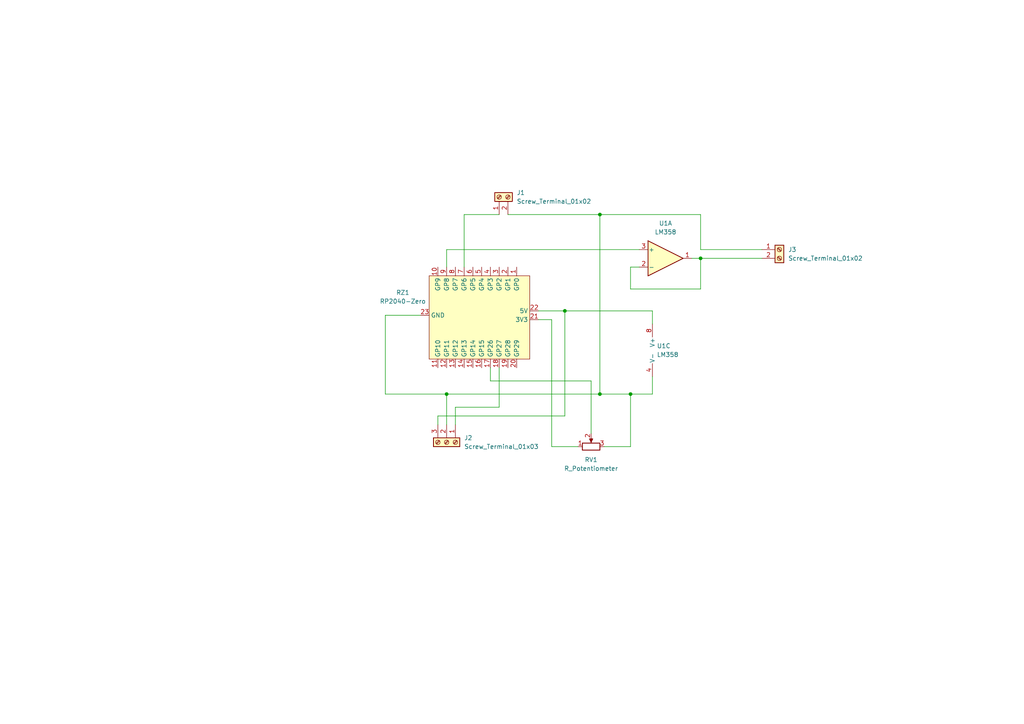
<source format=kicad_sch>
(kicad_sch (version 20211123) (generator eeschema)
  (paper "A4")
  (lib_symbols
    (symbol "Amplifier_Operational:LM358" (pin_names (offset 0.127))
      (property "Reference" "U" (at 0 5.08 0))
      (property "Value" "LM358" (at 0 -5.08 0))
      (symbol "LM358_1_1"
        (polyline (pts (xy -5.08 5.08) (xy 5.08 0) (xy -5.08 -5.08) (xy -5.08 5.08)) (stroke (width 0.254)) (fill (type background)))
        (pin output line (at 7.62 0 180) (length 2.54) (name "~") (number "1"))
        (pin input line (at -7.62 -2.54 0) (length 2.54) (name "-") (number "2"))
        (pin input line (at -7.62 2.54 0) (length 2.54) (name "+") (number "3"))
      )
      (symbol "LM358_2_1"
        (polyline (pts (xy -5.08 5.08) (xy 5.08 0) (xy -5.08 -5.08) (xy -5.08 5.08)) (stroke (width 0.254)) (fill (type background)))
        (pin input line (at -7.62 2.54 0) (length 2.54) (name "+") (number "5"))
        (pin input line (at -7.62 -2.54 0) (length 2.54) (name "-") (number "6"))
        (pin output line (at 7.62 0 180) (length 2.54) (name "~") (number "7"))
      )
      (symbol "LM358_3_1"
        (pin power_in line (at -2.54 -7.62 90) (length 3.81) (name "V-") (number "4"))
        (pin power_in line (at -2.54 7.62 270) (length 3.81) (name "V+") (number "8"))
      )
    )
    (symbol "Connector:Screw_Terminal_01x02" (pin_names (offset 1.016) hide)
      (property "Reference" "J" (at 0 2.54 0))
      (property "Value" "Screw_Terminal_01x02" (at 0 -5.08 0))
      (symbol "Screw_Terminal_01x02_1_1"
        (rectangle (start -1.27 1.27) (end 1.27 -3.81) (stroke (width 0.254)) (fill (type background)))
        (circle (center 0 -2.54) (radius 0.635) (stroke (width 0.1524)))
        (polyline (pts (xy -0.5334 -2.2098) (xy 0.3302 -3.048)) (stroke (width 0.1524)))
        (polyline (pts (xy -0.5334 0.3302) (xy 0.3302 -0.508)) (stroke (width 0.1524)))
        (polyline (pts (xy -0.3556 -2.032) (xy 0.508 -2.8702)) (stroke (width 0.1524)))
        (polyline (pts (xy -0.3556 0.508) (xy 0.508 -0.3302)) (stroke (width 0.1524)))
        (circle (center 0 0) (radius 0.635) (stroke (width 0.1524)))
        (pin passive line (at -5.08 0 0) (length 3.81) (name "Pin_1") (number "1"))
        (pin passive line (at -5.08 -2.54 0) (length 3.81) (name "Pin_2") (number "2"))
      )
    )
    (symbol "Connector:Screw_Terminal_01x03" (pin_names (offset 1.016) hide)
      (property "Reference" "J" (at 0 5.08 0))
      (property "Value" "Screw_Terminal_01x03" (at 0 -5.08 0))
      (symbol "Screw_Terminal_01x03_1_1"
        (rectangle (start -1.27 3.81) (end 1.27 -3.81) (stroke (width 0.254)) (fill (type background)))
        (circle (center 0 -2.54) (radius 0.635) (stroke (width 0.1524)))
        (polyline (pts (xy -0.5334 -2.2098) (xy 0.3302 -3.048)) (stroke (width 0.1524)))
        (polyline (pts (xy -0.5334 0.3302) (xy 0.3302 -0.508)) (stroke (width 0.1524)))
        (polyline (pts (xy -0.5334 2.8702) (xy 0.3302 2.032)) (stroke (width 0.1524)))
        (polyline (pts (xy -0.3556 -2.032) (xy 0.508 -2.8702)) (stroke (width 0.1524)))
        (polyline (pts (xy -0.3556 0.508) (xy 0.508 -0.3302)) (stroke (width 0.1524)))
        (polyline (pts (xy -0.3556 3.048) (xy 0.508 2.2098)) (stroke (width 0.1524)))
        (circle (center 0 0) (radius 0.635) (stroke (width 0.1524)))
        (circle (center 0 2.54) (radius 0.635) (stroke (width 0.1524)))
        (pin passive line (at -5.08 2.54 0) (length 3.81) (name "Pin_1") (number "1"))
        (pin passive line (at -5.08 0 0) (length 3.81) (name "Pin_2") (number "2"))
        (pin passive line (at -5.08 -2.54 0) (length 3.81) (name "Pin_3") (number "3"))
      )
    )
    (symbol "Device:R_Potentiometer" (pin_names (offset 1.016) hide)
      (property "Reference" "RV" (at -4.445 0 90))
      (property "Value" "R_Potentiometer" (at -2.54 0 90))
      (symbol "R_Potentiometer_0_1"
        (polyline (pts (xy 2.54 0) (xy 1.524 0)))
        (polyline (pts (xy 1.143 0) (xy 2.286 0.508) (xy 2.286 -0.508) (xy 1.143 0)) (fill (type outline)))
        (rectangle (start 1.016 2.54) (end -1.016 -2.54) (stroke (width 0.254)))
      )
      (symbol "R_Potentiometer_1_1"
        (pin passive line (at 0 3.81 270) (length 1.27) (name "1") (number "1"))
        (pin passive line (at 3.81 0 180) (length 1.27) (name "2") (number "2"))
        (pin passive line (at 0 -3.81 90) (length 1.27) (name "3") (number "3"))
      )
    )
    (symbol "rp2040-zero:RP2040-Zero"
      (property "Reference" "RZ" (at 0 0 0))
      (property "Value" "RP2040-Zero" (at 0 -2.54 0))
      (symbol "RP2040-Zero_0_1"
        (rectangle (start -11.43 -15.24) (end 12.7 13.97) (fill (type background)))
      )
      (symbol "RP2040-Zero_1_1"
        (pin bidirectional line (at -13.97 10.16 0) (length 2.54) (name "GP0") (number "1"))
        (pin bidirectional line (at -13.97 -12.7 0) (length 2.54) (name "GP9") (number "10"))
        (pin bidirectional line (at 15.24 -12.7 180) (length 2.54) (name "GP10") (number "11"))
        (pin bidirectional line (at 15.24 -10.16 180) (length 2.54) (name "GP11") (number "12"))
        (pin bidirectional line (at 15.24 -7.62 180) (length 2.54) (name "GP12") (number "13"))
        (pin bidirectional line (at 15.24 -5.08 180) (length 2.54) (name "GP13") (number "14"))
        (pin bidirectional line (at 15.24 -2.54 180) (length 2.54) (name "GP14") (number "15"))
        (pin bidirectional line (at 15.24 0 180) (length 2.54) (name "GP15") (number "16"))
        (pin bidirectional line (at 15.24 2.54 180) (length 2.54) (name "GP26") (number "17"))
        (pin bidirectional line (at 15.24 5.08 180) (length 2.54) (name "GP27") (number "18"))
        (pin bidirectional line (at 15.24 7.62 180) (length 2.54) (name "GP28") (number "19"))
        (pin bidirectional line (at -13.97 7.62 0) (length 2.54) (name "GP1") (number "2"))
        (pin bidirectional line (at 15.24 10.16 180) (length 2.54) (name "GP29") (number "20"))
        (pin power_in line (at 1.27 16.51 270) (length 2.54) (name "3V3") (number "21"))
        (pin power_in line (at -1.27 16.51 270) (length 2.54) (name "5V") (number "22"))
        (pin power_in line (at 0 -17.78 90) (length 2.54) (name "GND") (number "23"))
        (pin bidirectional line (at -13.97 5.08 0) (length 2.54) (name "GP2") (number "3"))
        (pin bidirectional line (at -13.97 2.54 0) (length 2.54) (name "GP3") (number "4"))
        (pin bidirectional line (at -13.97 0 0) (length 2.54) (name "GP4") (number "5"))
        (pin bidirectional line (at -13.97 -2.54 0) (length 2.54) (name "GP5") (number "6"))
        (pin bidirectional line (at -13.97 -5.08 0) (length 2.54) (name "GP6") (number "7"))
        (pin bidirectional line (at -13.97 -7.62 0) (length 2.54) (name "GP7") (number "8"))
        (pin bidirectional line (at -13.97 -10.16 0) (length 2.54) (name "GP8") (number "9"))
      )
    )
  )
  (junction (at 173.99 114.3))
  (junction (at 173.99 62.23))
  (junction (at 182.88 114.3))
  (junction (at 129.54 114.3))
  (junction (at 203.2 74.93))
  (junction (at 163.83 90.17))
  (wire (pts (xy 156.21 92.71) (xy 160.02 92.71)))
  (wire (pts (xy 189.23 109.22) (xy 189.23 114.3)))
  (wire (pts (xy 171.45 110.49) (xy 171.45 125.73)))
  (wire (pts (xy 189.23 90.17) (xy 189.23 93.98)))
  (wire (pts (xy 182.88 77.47) (xy 185.42 77.47)))
  (wire (pts (xy 156.21 90.17) (xy 163.83 90.17)))
  (wire (pts (xy 203.2 74.93) (xy 220.98 74.93)))
  (wire (pts (xy 167.64 129.54) (xy 160.02 129.54)))
  (wire (pts (xy 144.78 118.11) (xy 132.08 118.11)))
  (wire (pts (xy 132.08 118.11) (xy 132.08 123.19)))
  (wire (pts (xy 163.83 90.17) (xy 163.83 120.65)))
  (wire (pts (xy 173.99 62.23) (xy 203.2 62.23)))
  (wire (pts (xy 163.83 90.17) (xy 189.23 90.17)))
  (wire (pts (xy 142.24 106.68) (xy 142.24 110.49)))
  (wire (pts (xy 129.54 114.3) (xy 173.99 114.3)))
  (wire (pts (xy 203.2 83.82) (xy 182.88 83.82)))
  (wire (pts (xy 134.62 62.23) (xy 144.78 62.23)))
  (wire (pts (xy 160.02 92.71) (xy 160.02 129.54)))
  (wire (pts (xy 144.78 106.68) (xy 144.78 118.11)))
  (wire (pts (xy 173.99 62.23) (xy 173.99 114.3)))
  (wire (pts (xy 220.98 72.39) (xy 203.2 72.39)))
  (wire (pts (xy 129.54 72.39) (xy 185.42 72.39)))
  (wire (pts (xy 111.76 91.44) (xy 111.76 114.3)))
  (wire (pts (xy 127 120.65) (xy 127 123.19)))
  (wire (pts (xy 203.2 72.39) (xy 203.2 62.23)))
  (wire (pts (xy 173.99 114.3) (xy 182.88 114.3)))
  (wire (pts (xy 129.54 114.3) (xy 129.54 123.19)))
  (wire (pts (xy 182.88 129.54) (xy 182.88 114.3)))
  (wire (pts (xy 111.76 114.3) (xy 129.54 114.3)))
  (wire (pts (xy 147.32 62.23) (xy 173.99 62.23)))
  (wire (pts (xy 142.24 110.49) (xy 171.45 110.49)))
  (wire (pts (xy 129.54 77.47) (xy 129.54 72.39)))
  (wire (pts (xy 182.88 83.82) (xy 182.88 77.47)))
  (wire (pts (xy 182.88 114.3) (xy 189.23 114.3)))
  (wire (pts (xy 200.66 74.93) (xy 203.2 74.93)))
  (wire (pts (xy 134.62 77.47) (xy 134.62 62.23)))
  (wire (pts (xy 175.26 129.54) (xy 182.88 129.54)))
  (wire (pts (xy 163.83 120.65) (xy 127 120.65)))
  (wire (pts (xy 121.92 91.44) (xy 111.76 91.44)))
  (wire (pts (xy 203.2 74.93) (xy 203.2 83.82)))
  (symbol (lib_id "Connector:Screw_Terminal_01x02") (at 144.78 57.15 90) (unit 1)
    (property "Reference" "J1" (at 149.86 55.8799 90) (effects (justify right)))
    (property "Value" "Screw_Terminal_01x02" (at 149.86 58.4199 90) (effects (justify right)))
    (property "Footprint" "TerminalBlock:TerminalBlock_bornier-2_P5.08mm" (effects hide))
  )
  (symbol (lib_id "Connector:Screw_Terminal_01x02") (at 226.06 72.39 0) (unit 1)
    (property "Reference" "J3" (at 228.6 72.3899 0) (effects (justify left)))
    (property "Value" "Screw_Terminal_01x02" (at 228.6 74.9299 0) (effects (justify left)))
    (property "Footprint" "TerminalBlock:TerminalBlock_bornier-2_P5.08mm" (effects hide))
  )
  (symbol (lib_id "Amplifier_Operational:LM358") (at 191.77 101.6 0) (unit 3)
    (property "Reference" "U1" (at 190.5 100.3299 0) (effects (justify left)))
    (property "Value" "LM358" (at 190.5 102.8699 0) (effects (justify left)))
    (property "Datasheet" "http://www.ti.com/lit/ds/symlink/lm2904-n.pdf" (effects hide))
  )
  (symbol (lib_id "Amplifier_Operational:LM358") (at 193.04 74.93 0) (unit 1)
    (property "Reference" "U1" (at 193.04 64.77 0))
    (property "Value" "LM358" (at 193.04 67.31 0))
    (property "Footprint" "Package_DIP:DIP-8_W7.62mm" (effects hide))
    (property "Datasheet" "http://www.ti.com/lit/ds/symlink/lm2904-n.pdf" (effects hide))
  )
  (symbol (lib_id "rp2040-zero:RP2040-Zero") (at 139.7 91.44 270) (unit 1)
    (property "Reference" "RZ1" (at 116.84 84.8612 90))
    (property "Value" "RP2040-Zero" (at 116.84 87.4012 90))
    (property "Footprint" "rp2040-zero:RP2040-Zero" (effects hide))
  )
  (symbol (lib_id "Connector:Screw_Terminal_01x03") (at 129.54 128.27 270) (unit 1)
    (property "Reference" "J2" (at 134.62 126.9999 90) (effects (justify left)))
    (property "Value" "Screw_Terminal_01x03" (at 134.62 129.5399 90) (effects (justify left)))
    (property "Footprint" "TerminalBlock:TerminalBlock_bornier-3_P5.08mm" (effects hide))
  )
  (symbol (lib_id "Device:R_Potentiometer") (at 171.45 129.54 90) (unit 1)
    (property "Reference" "RV1" (at 171.45 133.35 90))
    (property "Value" "R_Potentiometer" (at 171.45 135.89 90))
    (property "Footprint" "Potentiometer_THT:Potentiometer_Alps_RK097_Single_Horizontal" (effects hide))
  )
)
</source>
